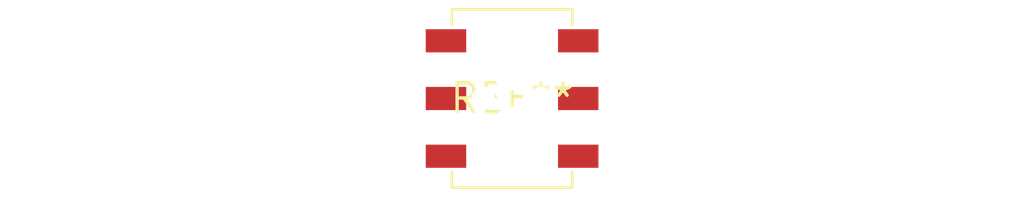
<source format=kicad_pcb>
(kicad_pcb (version 20240108) (generator pcbnew)
  (layers (0 "F.Cu" signal) (31 "B.Cu" signal) (34 "B.Paste" user) (35 "F.Paste" user) (36 "B.SilkS" user "B.Silkscreen") (37 "F.SilkS" user "F.Silkscreen") (38 "B.Mask" user) (39 "F.Mask" user) (44 "Edge.Cuts" user))
  (net 0 "")
  (footprint "Harwin_M20-7810345_2x03_P2.54mm_Vertical" (layer "F.Cu") (at 0 0)
    (property "Reference" "REF**")
    (property "Value" "Harwin_M20-7810345_2x03_P2.54mm_Vertical")
    (fp_line (start -2.65 -3.92) (end 2.65 -3.92) (layer "F.SilkS") (stroke (width 0.12)))
    (fp_line (start -2.65 -3.22) (end -2.65 -3.92) (layer "F.SilkS") (stroke (width 0.12)))
    (fp_line (start -2.65 3.22) (end -2.65 3.92) (layer "F.SilkS") (stroke (width 0.12)))
    (fp_line (start -2.65 3.92) (end 2.65 3.92) (layer "F.SilkS") (stroke (width 0.12)))
    (fp_line (start 2.65 -3.92) (end 2.65 -3.22) (layer "F.SilkS") (stroke (width 0.12)))
    (fp_line (start 2.65 3.92) (end 2.65 3.22) (layer "F.SilkS") (stroke (width 0.12)))
    (pad "" np_thru_hole circle (at -1.27 -2.54) (size 1.02 1.02) (drill 1.02) (layers *.Cu *.Mask))
    (pad "" np_thru_hole circle (at -1.27 0) (size 1.02 1.02) (drill 1.02) (layers *.Cu *.Mask))
    (pad "" np_thru_hole circle (at -1.27 2.54) (size 1.02 1.02) (drill 1.02) (layers *.Cu *.Mask))
    (pad "" np_thru_hole circle (at 0 -1.27) (size 1.8 1.8) (drill 1.8) (layers *.Cu *.Mask))
    (pad "" np_thru_hole circle (at 0 1.27) (size 1.8 1.8) (drill 1.8) (layers *.Cu *.Mask))
    (pad "" np_thru_hole circle (at 1.27 -2.54) (size 1.02 1.02) (drill 1.02) (layers *.Cu *.Mask))
    (pad "" np_thru_hole circle (at 1.27 0) (size 1.02 1.02) (drill 1.02) (layers *.Cu *.Mask))
    (pad "" np_thru_hole circle (at 1.27 2.54) (size 1.02 1.02) (drill 1.02) (layers *.Cu *.Mask))
    (pad "1" smd rect (at -2.91 -2.54) (size 1.78 1.02) (layers "F.Cu" "F.Paste" "F.Mask"))
    (pad "2" smd rect (at -2.91 0) (size 1.78 1.02) (layers "F.Cu" "F.Paste" "F.Mask"))
    (pad "3" smd rect (at -2.91 2.54) (size 1.78 1.02) (layers "F.Cu" "F.Paste" "F.Mask"))
    (pad "4" smd rect (at 2.91 -2.54) (size 1.78 1.02) (layers "F.Cu" "F.Paste" "F.Mask"))
    (pad "5" smd rect (at 2.91 0) (size 1.78 1.02) (layers "F.Cu" "F.Paste" "F.Mask"))
    (pad "6" smd rect (at 2.91 2.54) (size 1.78 1.02) (layers "F.Cu" "F.Paste" "F.Mask"))
  )
)
</source>
